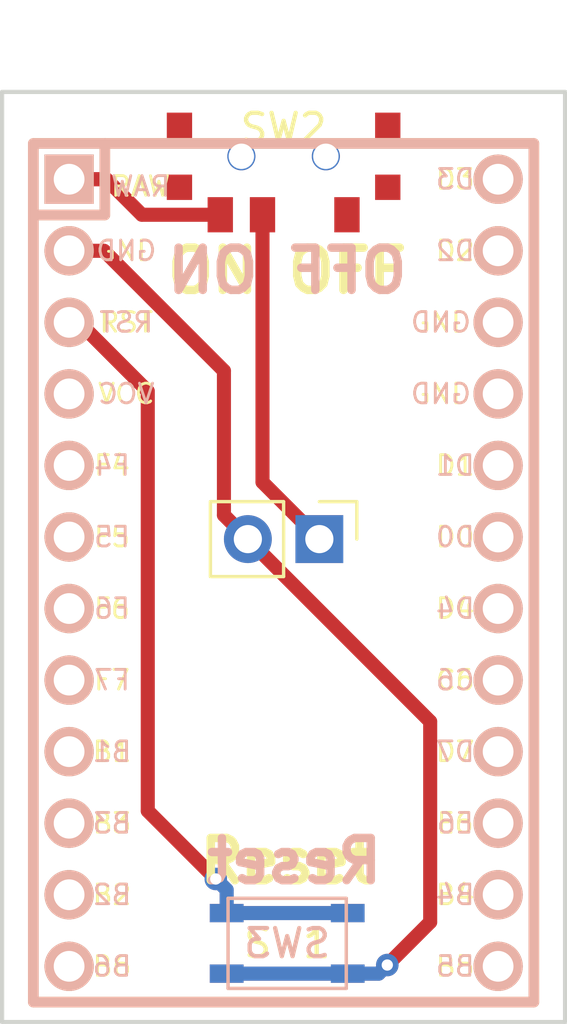
<source format=kicad_pcb>
(kicad_pcb (version 20171130) (host pcbnew "(5.0.0)")

  (general
    (thickness 1.6)
    (drawings 8)
    (tracks 33)
    (zones 0)
    (modules 5)
    (nets 5)
  )

  (page A4)
  (layers
    (0 F.Cu signal)
    (31 B.Cu signal)
    (32 B.Adhes user)
    (33 F.Adhes user)
    (34 B.Paste user)
    (35 F.Paste user)
    (36 B.SilkS user)
    (37 F.SilkS user)
    (38 B.Mask user)
    (39 F.Mask user)
    (40 Dwgs.User user)
    (41 Cmts.User user)
    (42 Eco1.User user)
    (43 Eco2.User user)
    (44 Edge.Cuts user)
    (45 Margin user)
    (46 B.CrtYd user)
    (47 F.CrtYd user)
    (48 B.Fab user)
    (49 F.Fab user)
  )

  (setup
    (last_trace_width 0.5)
    (user_trace_width 0.5)
    (trace_clearance 0.2)
    (zone_clearance 0.508)
    (zone_45_only no)
    (trace_min 0.2)
    (segment_width 0.2)
    (edge_width 0.15)
    (via_size 0.8)
    (via_drill 0.4)
    (via_min_size 0.4)
    (via_min_drill 0.3)
    (uvia_size 0.3)
    (uvia_drill 0.1)
    (uvias_allowed no)
    (uvia_min_size 0.2)
    (uvia_min_drill 0.1)
    (pcb_text_width 0.3)
    (pcb_text_size 1.5 1.5)
    (mod_edge_width 0.15)
    (mod_text_size 1 1)
    (mod_text_width 0.15)
    (pad_size 1.524 1.524)
    (pad_drill 0.762)
    (pad_to_mask_clearance 0.2)
    (aux_axis_origin 0 0)
    (visible_elements 7FFFFFFF)
    (pcbplotparams
      (layerselection 0x010fc_ffffffff)
      (usegerberextensions false)
      (usegerberattributes false)
      (usegerberadvancedattributes false)
      (creategerberjobfile false)
      (excludeedgelayer true)
      (linewidth 0.100000)
      (plotframeref false)
      (viasonmask false)
      (mode 1)
      (useauxorigin false)
      (hpglpennumber 1)
      (hpglpenspeed 20)
      (hpglpendiameter 15.000000)
      (psnegative false)
      (psa4output false)
      (plotreference true)
      (plotvalue true)
      (plotinvisibletext false)
      (padsonsilk false)
      (subtractmaskfromsilk false)
      (outputformat 1)
      (mirror false)
      (drillshape 0)
      (scaleselection 1)
      (outputdirectory "gerber/"))
  )

  (net 0 "")
  (net 1 GND)
  (net 2 "Net-(SW1-Pad1)")
  (net 3 "Net-(J1-Pad1)")
  (net 4 "Net-(SW2-Pad3)")

  (net_class Default "This is the default net class."
    (clearance 0.2)
    (trace_width 0.25)
    (via_dia 0.8)
    (via_drill 0.4)
    (uvia_dia 0.3)
    (uvia_drill 0.1)
    (add_net GND)
    (add_net "Net-(J1-Pad1)")
    (add_net "Net-(SW1-Pad1)")
    (add_net "Net-(SW2-Pad3)")
  )

  (net_class power ""
    (clearance 0.2)
    (trace_width 0.5)
    (via_dia 0.8)
    (via_drill 0.4)
    (uvia_dia 0.3)
    (uvia_drill 0.1)
  )

  (module footprints:SW_TACT_TS-1145A_C318904 (layer F.Cu) (tedit 5EB72F3C) (tstamp 5E72BBB9)
    (at 128.397 91.186)
    (descr "Low-profile SMD Tactile Switch, https://www.e-switch.com/system/asset/product_line/data_sheet/165/TL3342.pdf")
    (tags "SPST Tactile Switch")
    (path /5E678E14)
    (attr smd)
    (fp_text reference SW1 (at 0 0) (layer F.SilkS)
      (effects (font (size 1 1) (thickness 0.15)))
    )
    (fp_text value SW_SPST (at 0 -2.8) (layer F.SilkS) hide
      (effects (font (size 1.5 1.5) (thickness 0.2)))
    )
    (fp_text user %R (at 0 0) (layer F.Fab)
      (effects (font (size 1 1) (thickness 0.15)))
    )
    (fp_line (start 2.1 -1.6) (end 2.1 1.6) (layer F.SilkS) (width 0.12))
    (fp_line (start -2.1 1.6) (end 2.1 1.6) (layer F.SilkS) (width 0.12))
    (fp_line (start -2.1 -1.6) (end -2.1 1.6) (layer F.SilkS) (width 0.12))
    (fp_line (start -2.1 -1.6) (end 2.1 -1.6) (layer F.SilkS) (width 0.12))
    (fp_line (start -3 -2) (end 3 -2) (layer F.CrtYd) (width 0.05))
    (fp_line (start 3 2) (end -3 2) (layer F.CrtYd) (width 0.05))
    (fp_line (start -3 2) (end -3 -4) (layer F.CrtYd) (width 0.05))
    (fp_line (start 3 -4) (end 3 2) (layer F.CrtYd) (width 0.05))
    (fp_line (start -3 -4) (end 3 -4) (layer F.CrtYd) (width 0.05))
    (pad 1 smd rect (at -2.15 -1.075) (size 1.2 0.65) (layers F.Cu F.Paste F.Mask)
      (net 2 "Net-(SW1-Pad1)"))
    (pad 1 smd rect (at 2.15 -1.075) (size 1.2 0.65) (layers F.Cu F.Paste F.Mask)
      (net 2 "Net-(SW1-Pad1)"))
    (pad 2 smd rect (at -2.15 1.075) (size 1.2 0.65) (layers F.Cu F.Paste F.Mask)
      (net 1 GND))
    (pad 2 smd rect (at 2.15 1.075) (size 1.2 0.65) (layers F.Cu F.Paste F.Mask)
      (net 1 GND))
    (model ${KISYS3DMOD}/Buttons_Switches_SMD.3dshapes/SW_SPST_TL3342.wrl
      (at (xyz 0 0 0))
      (scale (xyz 1 1 1))
      (rotate (xyz 0 0 0))
    )
  )

  (module footprints:Pro_Micro (layer F.Cu) (tedit 5EB72F42) (tstamp 5E72BC3B)
    (at 128.27 76.506)
    (path /5E678A9E)
    (fp_text reference U1 (at 0.508 -14.732) (layer Eco1.User)
      (effects (font (size 1.27 1.524) (thickness 0.2032)))
    )
    (fp_text value ProMicro (at 0 1.524 90) (layer F.SilkS) hide
      (effects (font (size 1.27 1.524) (thickness 0.2032)))
    )
    (fp_line (start -6.35 -11.176) (end -8.89 -11.176) (layer B.SilkS) (width 0.381))
    (fp_line (start -6.35 -13.716) (end -6.35 -11.176) (layer B.SilkS) (width 0.381))
    (fp_line (start 8.89 16.764) (end 8.89 -13.716) (layer B.SilkS) (width 0.381))
    (fp_line (start -8.89 16.764) (end 8.89 16.764) (layer B.SilkS) (width 0.381))
    (fp_line (start -8.89 -13.716) (end -8.89 16.764) (layer B.SilkS) (width 0.381))
    (fp_line (start 8.89 -13.716) (end -8.89 -13.716) (layer B.SilkS) (width 0.381))
    (fp_text user RAW (at -5.08 -12.192) (layer B.SilkS)
      (effects (font (size 0.7 0.7) (thickness 0.1)) (justify mirror))
    )
    (fp_text user GND (at -5.588 -9.906) (layer B.SilkS)
      (effects (font (size 0.7 0.7) (thickness 0.1)) (justify mirror))
    )
    (fp_text user RST (at -5.588 -7.366) (layer B.SilkS)
      (effects (font (size 0.7 0.7) (thickness 0.1)) (justify mirror))
    )
    (fp_text user VCC (at -5.588 -4.826) (layer B.SilkS)
      (effects (font (size 0.7 0.7) (thickness 0.1)) (justify mirror))
    )
    (fp_text user F4 (at -6.096 -2.286) (layer B.SilkS)
      (effects (font (size 0.7 0.7) (thickness 0.1)) (justify mirror))
    )
    (fp_text user F5 (at -6.096 0.254) (layer B.SilkS)
      (effects (font (size 0.7 0.7) (thickness 0.1)) (justify mirror))
    )
    (fp_text user F7 (at -6.096 5.334) (layer B.SilkS)
      (effects (font (size 0.7 0.7) (thickness 0.1)) (justify mirror))
    )
    (fp_text user F6 (at -6.096 2.794) (layer B.SilkS)
      (effects (font (size 0.7 0.7) (thickness 0.1)) (justify mirror))
    )
    (fp_text user B1 (at -6.096 7.874) (layer B.SilkS)
      (effects (font (size 0.7 0.7) (thickness 0.1)) (justify mirror))
    )
    (fp_text user B3 (at -6.096 10.414) (layer B.SilkS)
      (effects (font (size 0.7 0.7) (thickness 0.1)) (justify mirror))
    )
    (fp_text user B2 (at -6.096 12.954) (layer B.SilkS)
      (effects (font (size 0.7 0.7) (thickness 0.1)) (justify mirror))
    )
    (fp_text user B6 (at -6.096 15.494) (layer B.SilkS)
      (effects (font (size 0.7 0.7) (thickness 0.1)) (justify mirror))
    )
    (fp_text user D3 (at 6.096 -12.446) (layer B.SilkS)
      (effects (font (size 0.7 0.7) (thickness 0.1)) (justify mirror))
    )
    (fp_text user D2 (at 6.096 -9.906) (layer B.SilkS)
      (effects (font (size 0.7 0.7) (thickness 0.1)) (justify mirror))
    )
    (fp_text user GND (at 5.588 -7.366) (layer B.SilkS)
      (effects (font (size 0.7 0.7) (thickness 0.1)) (justify mirror))
    )
    (fp_text user GND (at 5.588 -4.826) (layer B.SilkS)
      (effects (font (size 0.7 0.7) (thickness 0.1)) (justify mirror))
    )
    (fp_text user D1 (at 6.096 -2.286) (layer B.SilkS)
      (effects (font (size 0.7 0.7) (thickness 0.1)) (justify mirror))
    )
    (fp_text user D0 (at 6.096 0.254) (layer B.SilkS)
      (effects (font (size 0.7 0.7) (thickness 0.1)) (justify mirror))
    )
    (fp_text user D4 (at 6.096 2.794) (layer B.SilkS)
      (effects (font (size 0.7 0.7) (thickness 0.1)) (justify mirror))
    )
    (fp_text user C6 (at 6.096 5.334) (layer B.SilkS)
      (effects (font (size 0.7 0.7) (thickness 0.1)) (justify mirror))
    )
    (fp_text user D7 (at 6.096 7.874) (layer B.SilkS)
      (effects (font (size 0.7 0.7) (thickness 0.1)) (justify mirror))
    )
    (fp_text user E6 (at 6.096 10.414) (layer B.SilkS)
      (effects (font (size 0.7 0.7) (thickness 0.1)) (justify mirror))
    )
    (fp_text user B4 (at 6.096 12.954) (layer B.SilkS)
      (effects (font (size 0.7 0.7) (thickness 0.1)) (justify mirror))
    )
    (fp_text user B5 (at 6.096 15.494) (layer B.SilkS)
      (effects (font (size 0.7 0.7) (thickness 0.1)) (justify mirror))
    )
    (fp_text user B5 (at 6.096 15.494) (layer F.SilkS)
      (effects (font (size 0.7 0.7) (thickness 0.1)))
    )
    (fp_text user B4 (at 6.096 12.954) (layer F.SilkS)
      (effects (font (size 0.7 0.7) (thickness 0.1)))
    )
    (fp_text user E6 (at 6.096 10.414) (layer F.SilkS)
      (effects (font (size 0.7 0.7) (thickness 0.1)))
    )
    (fp_text user D7 (at 6.096 7.874) (layer F.SilkS)
      (effects (font (size 0.7 0.7) (thickness 0.1)))
    )
    (fp_text user C6 (at 6.096 5.334) (layer F.SilkS)
      (effects (font (size 0.7 0.7) (thickness 0.1)))
    )
    (fp_text user D4 (at 6.096 2.794) (layer F.SilkS)
      (effects (font (size 0.7 0.7) (thickness 0.1)))
    )
    (fp_text user D0 (at 6.096 0.254) (layer F.SilkS)
      (effects (font (size 0.7 0.7) (thickness 0.1)))
    )
    (fp_text user D1 (at 6.096 -2.286) (layer F.SilkS)
      (effects (font (size 0.7 0.7) (thickness 0.1)))
    )
    (fp_text user GND (at 5.588 -4.826) (layer F.SilkS)
      (effects (font (size 0.7 0.7) (thickness 0.1)))
    )
    (fp_text user GND (at 5.588 -7.366) (layer F.SilkS)
      (effects (font (size 0.7 0.7) (thickness 0.1)))
    )
    (fp_text user D2 (at 6.096 -9.906) (layer F.SilkS)
      (effects (font (size 0.7 0.7) (thickness 0.1)))
    )
    (fp_text user D3 (at 6.096 -12.446) (layer F.SilkS)
      (effects (font (size 0.7 0.7) (thickness 0.1)))
    )
    (fp_text user B6 (at -6.096 15.494) (layer F.SilkS)
      (effects (font (size 0.7 0.7) (thickness 0.1)))
    )
    (fp_text user B2 (at -6.096 12.954) (layer F.SilkS)
      (effects (font (size 0.7 0.7) (thickness 0.1)))
    )
    (fp_text user B3 (at -6.096 10.414) (layer F.SilkS)
      (effects (font (size 0.7 0.7) (thickness 0.1)))
    )
    (fp_text user B1 (at -6.096 7.874) (layer F.SilkS)
      (effects (font (size 0.7 0.7) (thickness 0.1)))
    )
    (fp_text user F6 (at -6.096 2.794) (layer F.SilkS)
      (effects (font (size 0.7 0.7) (thickness 0.1)))
    )
    (fp_text user F7 (at -6.096 5.334) (layer F.SilkS)
      (effects (font (size 0.7 0.7) (thickness 0.1)))
    )
    (fp_text user F5 (at -6.096 0.254) (layer F.SilkS)
      (effects (font (size 0.7 0.7) (thickness 0.1)))
    )
    (fp_text user F4 (at -6.096 -2.286) (layer F.SilkS)
      (effects (font (size 0.7 0.7) (thickness 0.1)))
    )
    (fp_text user VCC (at -5.588 -4.826) (layer F.SilkS)
      (effects (font (size 0.7 0.7) (thickness 0.1)))
    )
    (fp_text user RST (at -5.588 -7.366) (layer F.SilkS)
      (effects (font (size 0.7 0.7) (thickness 0.1)))
    )
    (fp_text user GND (at -5.588 -9.906) (layer F.SilkS)
      (effects (font (size 0.7 0.7) (thickness 0.1)))
    )
    (fp_text user RAW (at -5.08 -12.192) (layer F.SilkS)
      (effects (font (size 0.7 0.7) (thickness 0.1)))
    )
    (fp_line (start 8.89 -13.716) (end -8.89 -13.716) (layer F.SilkS) (width 0.381))
    (fp_line (start -8.89 -13.716) (end -8.89 16.764) (layer F.SilkS) (width 0.381))
    (fp_line (start -8.89 16.764) (end 8.89 16.764) (layer F.SilkS) (width 0.381))
    (fp_line (start 8.89 16.764) (end 8.89 -13.716) (layer F.SilkS) (width 0.381))
    (fp_line (start -6.35 -13.716) (end -6.35 -11.176) (layer F.SilkS) (width 0.381))
    (fp_line (start -6.35 -11.176) (end -8.89 -11.176) (layer F.SilkS) (width 0.381))
    (pad 1 thru_hole rect (at -7.62 -12.446 270) (size 1.7526 1.7526) (drill 1.0922) (layers *.Cu *.SilkS *.Mask)
      (net 4 "Net-(SW2-Pad3)"))
    (pad 2 thru_hole circle (at -7.62 -9.906 270) (size 1.7526 1.7526) (drill 1.0922) (layers *.Cu *.SilkS *.Mask)
      (net 1 GND))
    (pad 3 thru_hole circle (at -7.62 -7.366 270) (size 1.7526 1.7526) (drill 1.0922) (layers *.Cu *.SilkS *.Mask)
      (net 2 "Net-(SW1-Pad1)"))
    (pad 4 thru_hole circle (at -7.62 -4.826 270) (size 1.7526 1.7526) (drill 1.0922) (layers *.Cu *.SilkS *.Mask))
    (pad 5 thru_hole circle (at -7.62 -2.286 270) (size 1.7526 1.7526) (drill 1.0922) (layers *.Cu *.SilkS *.Mask))
    (pad 6 thru_hole circle (at -7.62 0.254 270) (size 1.7526 1.7526) (drill 1.0922) (layers *.Cu *.SilkS *.Mask))
    (pad 7 thru_hole circle (at -7.62 2.794 270) (size 1.7526 1.7526) (drill 1.0922) (layers *.Cu *.SilkS *.Mask))
    (pad 8 thru_hole circle (at -7.62 5.334 270) (size 1.7526 1.7526) (drill 1.0922) (layers *.Cu *.SilkS *.Mask))
    (pad 9 thru_hole circle (at -7.62 7.874 270) (size 1.7526 1.7526) (drill 1.0922) (layers *.Cu *.SilkS *.Mask))
    (pad 10 thru_hole circle (at -7.62 10.414 270) (size 1.7526 1.7526) (drill 1.0922) (layers *.Cu *.SilkS *.Mask))
    (pad 11 thru_hole circle (at -7.62 12.954 270) (size 1.7526 1.7526) (drill 1.0922) (layers *.Cu *.SilkS *.Mask))
    (pad 12 thru_hole circle (at -7.62 15.494 270) (size 1.7526 1.7526) (drill 1.0922) (layers *.Cu *.SilkS *.Mask))
    (pad 24 thru_hole circle (at 7.62 15.494 270) (size 1.7526 1.7526) (drill 1.0922) (layers *.Cu *.SilkS *.Mask))
    (pad 23 thru_hole circle (at 7.62 12.954 270) (size 1.7526 1.7526) (drill 1.0922) (layers *.Cu *.SilkS *.Mask))
    (pad 22 thru_hole circle (at 7.62 10.414 270) (size 1.7526 1.7526) (drill 1.0922) (layers *.Cu *.SilkS *.Mask))
    (pad 21 thru_hole circle (at 7.62 7.874 270) (size 1.7526 1.7526) (drill 1.0922) (layers *.Cu *.SilkS *.Mask))
    (pad 20 thru_hole circle (at 7.62 5.334 270) (size 1.7526 1.7526) (drill 1.0922) (layers *.Cu *.SilkS *.Mask))
    (pad 19 thru_hole circle (at 7.62 2.794 270) (size 1.7526 1.7526) (drill 1.0922) (layers *.Cu *.SilkS *.Mask))
    (pad 18 thru_hole circle (at 7.62 0.254 270) (size 1.7526 1.7526) (drill 1.0922) (layers *.Cu *.SilkS *.Mask))
    (pad 17 thru_hole circle (at 7.62 -2.286 270) (size 1.7526 1.7526) (drill 1.0922) (layers *.Cu *.SilkS *.Mask))
    (pad 16 thru_hole circle (at 7.62 -4.826 270) (size 1.7526 1.7526) (drill 1.0922) (layers *.Cu *.SilkS *.Mask))
    (pad 15 thru_hole circle (at 7.62 -7.366 270) (size 1.7526 1.7526) (drill 1.0922) (layers *.Cu *.SilkS *.Mask))
    (pad 14 thru_hole circle (at 7.62 -9.906 270) (size 1.7526 1.7526) (drill 1.0922) (layers *.Cu *.SilkS *.Mask))
    (pad 13 thru_hole circle (at 7.62 -12.446 270) (size 1.7526 1.7526) (drill 1.0922) (layers *.Cu *.SilkS *.Mask))
  )

  (module E73:SPDT_C128955 (layer F.Cu) (tedit 5AC041DC) (tstamp 5E730D8B)
    (at 128.27 63.246)
    (path /5E678B23)
    (fp_text reference SW2 (at 0 -1) (layer F.SilkS)
      (effects (font (size 1 1) (thickness 0.15)))
    )
    (fp_text value SW_SPDT (at -0.05 -4.7) (layer F.Fab)
      (effects (font (size 1 1) (thickness 0.15)))
    )
    (fp_line (start 0 -3.85) (end 1.9 -3.85) (layer F.Fab) (width 0.15))
    (fp_line (start 1.9 -3.85) (end 1.95 -1.35) (layer F.Fab) (width 0.15))
    (fp_line (start 1.95 -1.35) (end -1.95 -1.35) (layer F.Fab) (width 0.15))
    (fp_line (start -1.95 -1.35) (end -1.95 -3.85) (layer F.Fab) (width 0.15))
    (fp_line (start -1.95 -3.85) (end 0 -3.85) (layer F.Fab) (width 0.15))
    (fp_line (start 0 -1.35) (end -3.3 -1.35) (layer F.Fab) (width 0.15))
    (fp_line (start -3.3 -1.35) (end -3.3 1.5) (layer F.Fab) (width 0.15))
    (fp_line (start -3.3 1.5) (end 3.3 1.5) (layer F.Fab) (width 0.15))
    (fp_line (start 3.3 1.5) (end 3.3 -1.35) (layer F.Fab) (width 0.15))
    (fp_line (start 0 -1.35) (end 3.3 -1.35) (layer F.Fab) (width 0.15))
    (pad "" np_thru_hole circle (at 1.5 0) (size 1 1) (drill 0.9) (layers *.Cu *.Mask))
    (pad "" np_thru_hole circle (at -1.5 0) (size 1 1) (drill 0.9) (layers *.Cu *.Mask))
    (pad 2 smd rect (at -0.75 2.075) (size 0.9 1.25) (layers F.Cu F.Paste F.Mask)
      (net 3 "Net-(J1-Pad1)"))
    (pad 3 smd rect (at -2.25 2.075) (size 0.9 1.25) (layers F.Cu F.Paste F.Mask)
      (net 4 "Net-(SW2-Pad3)"))
    (pad 1 smd rect (at 2.25 2.075) (size 0.9 1.25) (layers F.Cu F.Paste F.Mask))
    (pad 0 smd rect (at 3.7 -1.1) (size 0.9 0.9) (layers F.Cu F.Paste F.Mask))
    (pad 0 smd rect (at 3.7 1.1) (size 0.9 0.9) (layers F.Cu F.Paste F.Mask))
    (pad 0 smd rect (at -3.7 1.1) (size 0.9 0.9) (layers F.Cu F.Paste F.Mask))
    (pad 0 smd rect (at -3.7 -1.1) (size 0.9 0.9) (layers F.Cu F.Paste F.Mask))
  )

  (module Connector_PinHeader_2.54mm:PinHeader_1x02_P2.54mm_Vertical (layer F.Cu) (tedit 5EB72F48) (tstamp 5EC39D1C)
    (at 129.540001 76.835 270)
    (descr "Through hole straight pin header, 1x02, 2.54mm pitch, single row")
    (tags "Through hole pin header THT 1x02 2.54mm single row")
    (path /5EB72FBF)
    (fp_text reference J1 (at 0 -2.33 270) (layer F.SilkS) hide
      (effects (font (size 1 1) (thickness 0.15)))
    )
    (fp_text value Conn_01x02 (at 0 4.87 270) (layer F.Fab)
      (effects (font (size 1 1) (thickness 0.15)))
    )
    (fp_line (start -0.635 -1.27) (end 1.27 -1.27) (layer F.Fab) (width 0.1))
    (fp_line (start 1.27 -1.27) (end 1.27 3.81) (layer F.Fab) (width 0.1))
    (fp_line (start 1.27 3.81) (end -1.27 3.81) (layer F.Fab) (width 0.1))
    (fp_line (start -1.27 3.81) (end -1.27 -0.635) (layer F.Fab) (width 0.1))
    (fp_line (start -1.27 -0.635) (end -0.635 -1.27) (layer F.Fab) (width 0.1))
    (fp_line (start -1.33 3.87) (end 1.33 3.87) (layer F.SilkS) (width 0.12))
    (fp_line (start -1.33 1.27) (end -1.33 3.87) (layer F.SilkS) (width 0.12))
    (fp_line (start 1.33 1.27) (end 1.33 3.87) (layer F.SilkS) (width 0.12))
    (fp_line (start -1.33 1.27) (end 1.33 1.27) (layer F.SilkS) (width 0.12))
    (fp_line (start -1.33 0) (end -1.33 -1.33) (layer F.SilkS) (width 0.12))
    (fp_line (start -1.33 -1.33) (end 0 -1.33) (layer F.SilkS) (width 0.12))
    (fp_line (start -1.8 -1.8) (end -1.8 4.35) (layer F.CrtYd) (width 0.05))
    (fp_line (start -1.8 4.35) (end 1.8 4.35) (layer F.CrtYd) (width 0.05))
    (fp_line (start 1.8 4.35) (end 1.8 -1.8) (layer F.CrtYd) (width 0.05))
    (fp_line (start 1.8 -1.8) (end -1.8 -1.8) (layer F.CrtYd) (width 0.05))
    (fp_text user %R (at 0 1.27) (layer F.Fab)
      (effects (font (size 1 1) (thickness 0.15)))
    )
    (pad 1 thru_hole rect (at 0 0 270) (size 1.7 1.7) (drill 1) (layers *.Cu *.Mask)
      (net 3 "Net-(J1-Pad1)"))
    (pad 2 thru_hole oval (at 0 2.54 270) (size 1.7 1.7) (drill 1) (layers *.Cu *.Mask)
      (net 1 GND))
    (model ${KISYS3DMOD}/Connector_PinHeader_2.54mm.3dshapes/PinHeader_1x02_P2.54mm_Vertical.wrl
      (at (xyz 0 0 0))
      (scale (xyz 1 1 1))
      (rotate (xyz 0 0 0))
    )
  )

  (module footprints:SW_TACT_TS-1145A_C318904 (layer B.Cu) (tedit 5EB73137) (tstamp 5EC3AB88)
    (at 128.397 91.186 180)
    (descr "Low-profile SMD Tactile Switch, https://www.e-switch.com/system/asset/product_line/data_sheet/165/TL3342.pdf")
    (tags "SPST Tactile Switch")
    (path /5EB73572)
    (attr smd)
    (fp_text reference SW3 (at 0 0 180) (layer B.SilkS)
      (effects (font (size 1 1) (thickness 0.15)) (justify mirror))
    )
    (fp_text value SW_SPST (at 0 2.8 180) (layer B.SilkS) hide
      (effects (font (size 1.5 1.5) (thickness 0.2)) (justify mirror))
    )
    (fp_text user %R (at 0 0 180) (layer B.Fab)
      (effects (font (size 1 1) (thickness 0.15)) (justify mirror))
    )
    (fp_line (start 2.1 1.6) (end 2.1 -1.6) (layer B.SilkS) (width 0.12))
    (fp_line (start -2.1 -1.6) (end 2.1 -1.6) (layer B.SilkS) (width 0.12))
    (fp_line (start -2.1 1.6) (end -2.1 -1.6) (layer B.SilkS) (width 0.12))
    (fp_line (start -2.1 1.6) (end 2.1 1.6) (layer B.SilkS) (width 0.12))
    (fp_line (start -3 2) (end 3 2) (layer B.CrtYd) (width 0.05))
    (fp_line (start 3 -2) (end -3 -2) (layer B.CrtYd) (width 0.05))
    (fp_line (start -3 -2) (end -3 4) (layer B.CrtYd) (width 0.05))
    (fp_line (start 3 4) (end 3 -2) (layer B.CrtYd) (width 0.05))
    (fp_line (start -3 4) (end 3 4) (layer B.CrtYd) (width 0.05))
    (pad 1 smd rect (at -2.15 1.075 180) (size 1.2 0.65) (layers B.Cu B.Paste B.Mask)
      (net 2 "Net-(SW1-Pad1)"))
    (pad 1 smd rect (at 2.15 1.075 180) (size 1.2 0.65) (layers B.Cu B.Paste B.Mask)
      (net 2 "Net-(SW1-Pad1)"))
    (pad 2 smd rect (at -2.15 -1.075 180) (size 1.2 0.65) (layers B.Cu B.Paste B.Mask)
      (net 1 GND))
    (pad 2 smd rect (at 2.15 -1.075 180) (size 1.2 0.65) (layers B.Cu B.Paste B.Mask)
      (net 1 GND))
    (model ${KISYS3DMOD}/Buttons_Switches_SMD.3dshapes/SW_SPST_TL3342.wrl
      (at (xyz 0 0 0))
      (scale (xyz 1 1 1))
      (rotate (xyz 0 0 0))
    )
  )

  (gr_text Reset (at 128.651 88.265) (layer B.SilkS) (tstamp 5EC3AE97)
    (effects (font (size 1.5 1.5) (thickness 0.3)) (justify mirror))
  )
  (gr_text "OFF ON" (at 128.397 67.31) (layer B.SilkS) (tstamp 5EC3AE35)
    (effects (font (size 1.5 1.5) (thickness 0.3)) (justify mirror))
  )
  (gr_text Reset (at 128.397 88.265) (layer F.SilkS)
    (effects (font (size 1.5 1.5) (thickness 0.3)))
  )
  (gr_text "ON OFF" (at 128.397 67.31) (layer F.SilkS)
    (effects (font (size 1.5 1.5) (thickness 0.3)))
  )
  (gr_line (start 118.27 60.96) (end 118.27 93.98) (layer Edge.Cuts) (width 0.15))
  (gr_line (start 138.27 60.96) (end 118.27 60.96) (layer Edge.Cuts) (width 0.15))
  (gr_line (start 138.27 93.98) (end 138.27 60.96) (layer Edge.Cuts) (width 0.15))
  (gr_line (start 118.27 93.98) (end 138.27 93.98) (layer Edge.Cuts) (width 0.15))

  (segment (start 120.65 66.6) (end 121 66.6) (width 0.5) (layer F.Cu) (net 1))
  (segment (start 126.247 92.261) (end 130.547 92.261) (width 0.5) (layer F.Cu) (net 1))
  (segment (start 130.547 92.261) (end 131.647 92.261) (width 0.5) (layer F.Cu) (net 1))
  (segment (start 126.150002 75.985001) (end 127.000001 76.835) (width 0.5) (layer F.Cu) (net 1))
  (segment (start 126.150002 70.860727) (end 126.150002 75.985001) (width 0.5) (layer F.Cu) (net 1))
  (segment (start 121.889275 66.6) (end 126.150002 70.860727) (width 0.5) (layer F.Cu) (net 1))
  (segment (start 120.65 66.6) (end 121.889275 66.6) (width 0.5) (layer F.Cu) (net 1))
  (segment (start 133.477 83.311999) (end 127.000001 76.835) (width 0.5) (layer F.Cu) (net 1))
  (segment (start 133.477 90.431) (end 133.477 83.311999) (width 0.5) (layer F.Cu) (net 1))
  (segment (start 130.547 92.261) (end 126.247 92.261) (width 0.5) (layer B.Cu) (net 1))
  (via (at 131.953 91.955) (size 0.8) (drill 0.4) (layers F.Cu B.Cu) (net 1))
  (segment (start 131.647 92.261) (end 131.953 91.955) (width 0.5) (layer B.Cu) (net 1))
  (segment (start 130.547 92.261) (end 131.647 92.261) (width 0.5) (layer B.Cu) (net 1))
  (segment (start 131.647 92.261) (end 131.953 91.955) (width 0.5) (layer F.Cu) (net 1))
  (segment (start 131.953 91.955) (end 133.477 90.431) (width 0.5) (layer F.Cu) (net 1))
  (segment (start 121 69.14) (end 123.444 71.584) (width 0.5) (layer F.Cu) (net 2))
  (segment (start 120.65 69.14) (end 121 69.14) (width 0.5) (layer F.Cu) (net 2))
  (segment (start 126.247 89.286) (end 126.247 90.111) (width 0.5) (layer F.Cu) (net 2))
  (segment (start 123.444 71.584) (end 123.444 86.483) (width 0.5) (layer F.Cu) (net 2))
  (segment (start 126.247 90.111) (end 130.547 90.111) (width 0.5) (layer F.Cu) (net 2))
  (segment (start 126.247 90.111) (end 130.547 90.111) (width 0.5) (layer B.Cu) (net 2))
  (via (at 125.861 88.9) (size 0.8) (drill 0.4) (layers F.Cu B.Cu) (net 2))
  (segment (start 126.247 89.286) (end 125.861 88.9) (width 0.5) (layer B.Cu) (net 2))
  (segment (start 126.247 90.111) (end 126.247 89.286) (width 0.5) (layer B.Cu) (net 2))
  (segment (start 123.444 86.483) (end 125.861 88.9) (width 0.5) (layer F.Cu) (net 2))
  (segment (start 125.861 88.9) (end 126.247 89.286) (width 0.5) (layer F.Cu) (net 2))
  (segment (start 120.65 64.06) (end 121.92 64.06) (width 0.5) (layer F.Cu) (net 4))
  (segment (start 121 64.06) (end 121.92 64.06) (width 0.5) (layer F.Cu) (net 4))
  (segment (start 127.52 74.814999) (end 129.540001 76.835) (width 0.5) (layer F.Cu) (net 3))
  (segment (start 127.52 65.321) (end 127.52 74.814999) (width 0.5) (layer F.Cu) (net 3))
  (segment (start 123.233 65.321) (end 126.02 65.321) (width 0.5) (layer F.Cu) (net 4))
  (segment (start 121.92 64.06) (end 121.972 64.06) (width 0.5) (layer F.Cu) (net 4))
  (segment (start 121.972 64.06) (end 123.233 65.321) (width 0.5) (layer F.Cu) (net 4))

)

</source>
